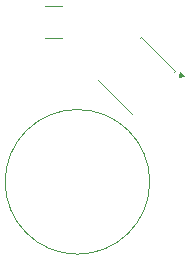
<source format=gbr>
%TF.GenerationSoftware,KiCad,Pcbnew,9.0.6-9.0.6~ubuntu24.04.1*%
%TF.CreationDate,2025-12-16T20:38:13-08:00*%
%TF.ProjectId,Shy_Beeper,5368795f-4265-4657-9065-722e6b696361,rev?*%
%TF.SameCoordinates,Original*%
%TF.FileFunction,Legend,Bot*%
%TF.FilePolarity,Positive*%
%FSLAX46Y46*%
G04 Gerber Fmt 4.6, Leading zero omitted, Abs format (unit mm)*
G04 Created by KiCad (PCBNEW 9.0.6-9.0.6~ubuntu24.04.1) date 2025-12-16 20:38:13*
%MOMM*%
%LPD*%
G01*
G04 APERTURE LIST*
%ADD10C,0.120000*%
%ADD11C,0.100000*%
G04 APERTURE END LIST*
D10*
%TO.C,U1*%
X158266833Y-95146447D02*
X155353553Y-92233167D01*
X158199658Y-95213622D02*
X158266833Y-95146447D01*
X154646447Y-98766833D02*
X154713622Y-98699658D01*
X155353553Y-92233167D02*
X155286378Y-92300342D01*
X151800342Y-95786378D02*
X151733167Y-95853553D01*
X151733167Y-95853553D02*
X154646447Y-98766833D01*
X158988082Y-95528284D02*
X158585031Y-95591924D01*
X158648671Y-95188873D01*
X158988082Y-95528284D01*
G36*
X158988082Y-95528284D02*
G01*
X158585031Y-95591924D01*
X158648671Y-95188873D01*
X158988082Y-95528284D01*
G37*
%TO.C,C1*%
X148711252Y-89640000D02*
X147288748Y-89640000D01*
X148711252Y-92360000D02*
X147288748Y-92360000D01*
D11*
%TO.C,BZ1*%
X156125000Y-104500000D02*
G75*
G02*
X143875000Y-104500000I-6125000J0D01*
G01*
X143875000Y-104500000D02*
G75*
G02*
X156125000Y-104500000I6125000J0D01*
G01*
%TD*%
M02*

</source>
